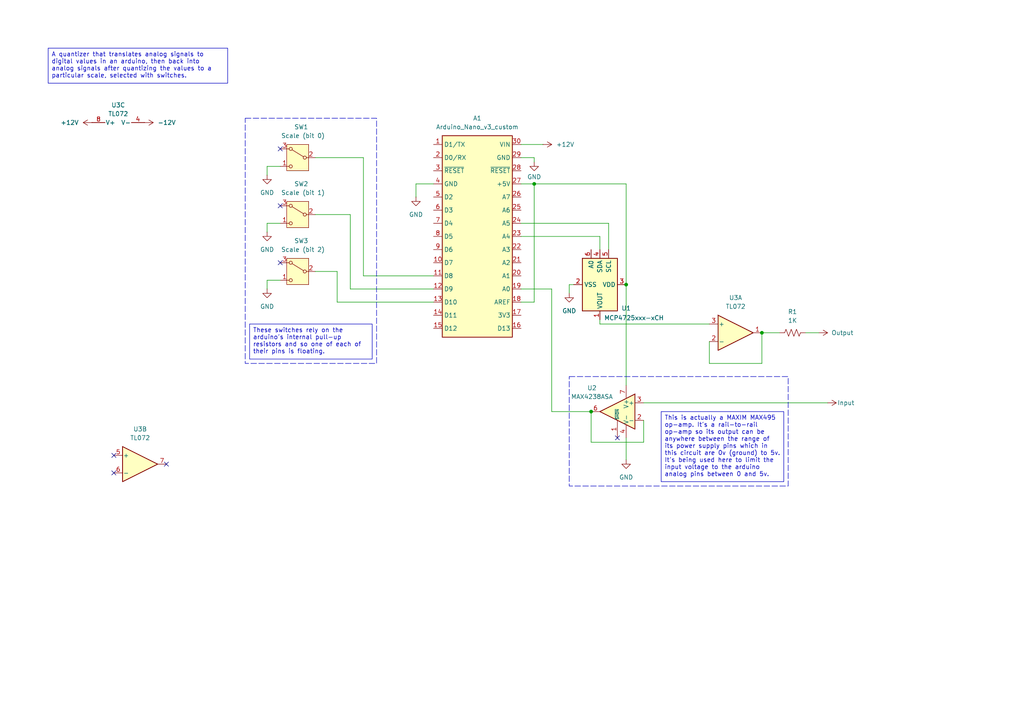
<source format=kicad_sch>
(kicad_sch (version 20231120) (generator "eeschema") (generator_version "8.0")
  (paper "A4")
  (lib_symbols
    (symbol "Amplifier_Operational:MAX4238ASA" (pin_names (offset 0.127))
      (property "Reference" "U" (at 0 6.35 0))
      (property "Value" "MAX4238ASA" (at 0 3.81 0))
      (symbol "MAX4238ASA_0_1"
        (polyline (pts (xy -5.08 5.08) (xy 5.08 0) (xy -5.08 -5.08) (xy -5.08 5.08)) (stroke (width 0.254)) (fill (type background)))
      )
      (symbol "MAX4238ASA_1_1"
        (pin input line (at 0 -7.62 90) (length 5.08) (name "~{SHDN}") (number "1"))
        (pin input line (at -7.62 -2.54 0) (length 2.54) (name "-") (number "2"))
        (pin input line (at -7.62 2.54 0) (length 2.54) (name "+") (number "3"))
        (pin power_in line (at -2.54 -7.62 90) (length 3.81) (name "V-") (number "4"))
        (pin no_connect line (at 0 -2.54 90) (length 2.54) hide (name "NC") (number "5"))
        (pin output line (at 7.62 0 180) (length 2.54) (name "~") (number "6"))
        (pin power_in line (at -2.54 7.62 270) (length 3.81) (name "V+") (number "7"))
        (pin no_connect line (at 0 2.54 270) (length 2.54) hide (name "NC") (number "8"))
      )
    )
    (symbol "Amplifier_Operational:TL072" (pin_names (offset 0.127))
      (property "Reference" "U" (at 0 5.08 0))
      (property "Value" "TL072" (at 0 -5.08 0))
      (symbol "TL072_1_1"
        (polyline (pts (xy -5.08 5.08) (xy 5.08 0) (xy -5.08 -5.08) (xy -5.08 5.08)) (stroke (width 0.254)) (fill (type background)))
        (pin output line (at 7.62 0 180) (length 2.54) (name "~") (number "1"))
        (pin input line (at -7.62 -2.54 0) (length 2.54) (name "-") (number "2"))
        (pin input line (at -7.62 2.54 0) (length 2.54) (name "+") (number "3"))
      )
      (symbol "TL072_2_1"
        (polyline (pts (xy -5.08 5.08) (xy 5.08 0) (xy -5.08 -5.08) (xy -5.08 5.08)) (stroke (width 0.254)) (fill (type background)))
        (pin input line (at -7.62 2.54 0) (length 2.54) (name "+") (number "5"))
        (pin input line (at -7.62 -2.54 0) (length 2.54) (name "-") (number "6"))
        (pin output line (at 7.62 0 180) (length 2.54) (name "~") (number "7"))
      )
      (symbol "TL072_3_1"
        (pin power_in line (at -2.54 -7.62 90) (length 3.81) (name "V-") (number "4"))
        (pin power_in line (at -2.54 7.62 270) (length 3.81) (name "V+") (number "8"))
      )
    )
    (symbol "Analog_DAC:MCP4725xxx-xCH"
      (property "Reference" "U" (at -6.35 6.35 0))
      (property "Value" "MCP4725xxx-xCH" (at 8.89 6.35 0))
      (symbol "MCP4725xxx-xCH_0_1"
        (rectangle (start -7.62 5.08) (end 7.62 -5.08) (stroke (width 0.254)) (fill (type background)))
      )
      (symbol "MCP4725xxx-xCH_1_1"
        (pin output line (at 10.16 0 180) (length 2.54) (name "VOUT") (number "1"))
        (pin power_in line (at 0 -7.62 90) (length 2.54) (name "VSS") (number "2"))
        (pin power_in line (at 0 7.62 270) (length 2.54) (name "VDD") (number "3"))
        (pin bidirectional line (at -10.16 0 0) (length 2.54) (name "SDA") (number "4"))
        (pin input line (at -10.16 2.54 0) (length 2.54) (name "SCL") (number "5"))
        (pin input line (at -10.16 -2.54 0) (length 2.54) (name "A0") (number "6"))
      )
    )
    (symbol "Device:R_US" (pin_numbers hide) (pin_names (offset 0))
      (property "Reference" "R" (at 2.54 0 90))
      (property "Value" "R_US" (at -2.54 0 90))
      (symbol "R_US_0_1"
        (polyline (pts (xy 0 -2.286) (xy 0 -2.54)))
        (polyline (pts (xy 0 2.286) (xy 0 2.54)))
        (polyline (pts (xy 0 -0.762) (xy 1.016 -1.143) (xy 0 -1.524) (xy -1.016 -1.905) (xy 0 -2.286)))
        (polyline (pts (xy 0 0.762) (xy 1.016 0.381) (xy 0 0) (xy -1.016 -0.381) (xy 0 -0.762)))
        (polyline (pts (xy 0 2.286) (xy 1.016 1.905) (xy 0 1.524) (xy -1.016 1.143) (xy 0 0.762)))
      )
      (symbol "R_US_1_1"
        (pin passive line (at 0 3.81 270) (length 1.27) (name "~") (number "1"))
        (pin passive line (at 0 -3.81 90) (length 1.27) (name "~") (number "2"))
      )
    )
    (symbol "Switch:SW_Nidec_CAS-120A1" (pin_names (offset 1) hide)
      (property "Reference" "SW" (at 0 4.318 0))
      (property "Value" "SW_Nidec_CAS-120A1" (at 0 -5.08 0))
      (symbol "SW_Nidec_CAS-120A1_0_1"
        (circle (center -2.032 0) (radius 0.4572))
        (polyline (pts (xy -1.651 0.254) (xy 1.651 2.286)))
        (circle (center 2.032 -2.54) (radius 0.4572))
        (circle (center 2.032 2.54) (radius 0.4572))
      )
      (symbol "SW_Nidec_CAS-120A1_1_1"
        (rectangle (start -3.175 3.81) (end 3.175 -3.81) (fill (type background)))
        (pin passive line (at 5.08 -2.54 180) (length 2.54) (name "C") (number "1"))
        (pin passive line (at -5.08 0 0) (length 2.54) (name "B") (number "2"))
        (pin passive line (at 5.08 2.54 180) (length 2.54) (name "A") (number "3"))
      )
    )
    (symbol "power:GND" (power) (pin_numbers hide) (pin_names (offset 0) hide)
      (property "Value" "GND" (at 0 -3.81 0))
      (symbol "GND_0_1"
        (polyline (pts (xy 0 0) (xy 0 -1.27) (xy 1.27 -1.27) (xy 0 -2.54) (xy -1.27 -1.27) (xy 0 -1.27)))
      )
      (symbol "GND_1_1"
        (pin power_in line (at 0 0 270) (length 0) (name "~") (number "1"))
      )
    )
    (symbol "power:VAA" (power) (pin_numbers hide) (pin_names (offset 0) hide)
      (property "Value" "VAA" (at 0 3.556 0))
      (symbol "VAA_0_1"
        (polyline (pts (xy -0.762 1.27) (xy 0 2.54)))
        (polyline (pts (xy 0 0) (xy 0 2.54)))
        (polyline (pts (xy 0 2.54) (xy 0.762 1.27)))
      )
      (symbol "VAA_1_1"
        (pin power_in line (at 0 0 90) (length 0) (name "~") (number "1"))
      )
    )
    (symbol "power:VCC" (power) (pin_numbers hide) (pin_names (offset 0) hide)
      (property "Value" "VCC" (at 0 3.556 0))
      (symbol "VCC_0_1"
        (polyline (pts (xy -0.762 1.27) (xy 0 2.54)))
        (polyline (pts (xy 0 0) (xy 0 2.54)))
        (polyline (pts (xy 0 2.54) (xy 0.762 1.27)))
      )
      (symbol "VCC_1_1"
        (pin power_in line (at 0 0 90) (length 0) (name "~") (number "1"))
      )
    )
    (symbol "symbols:Arduino_Nano_v3_custom"
      (property "Reference" "A" (at -10.16 23.495 0))
      (property "Value" "Arduino_Nano_v3_custom" (at -12.192 -37.846 0))
      (symbol "Arduino_Nano_v3_custom_0_1"
        (rectangle (start -10.16 22.86) (end 10.16 -35.56) (stroke (width 0.254)) (fill (type background)))
      )
      (symbol "Arduino_Nano_v3_custom_1_1"
        (pin bidirectional line (at -12.7 20.32 0) (length 2.54) (name "D1/TX") (number "1"))
        (pin bidirectional line (at -12.7 -13.97 0) (length 2.54) (name "D7") (number "10"))
        (pin bidirectional line (at -12.7 -17.78 0) (length 2.54) (name "D8") (number "11"))
        (pin bidirectional line (at -12.7 -21.59 0) (length 2.54) (name "D9") (number "12"))
        (pin bidirectional line (at -12.7 -25.4 0) (length 2.54) (name "D10") (number "13"))
        (pin bidirectional line (at -12.7 -29.21 0) (length 2.54) (name "D11") (number "14"))
        (pin bidirectional line (at -12.7 -33.02 0) (length 2.54) (name "D12") (number "15"))
        (pin bidirectional line (at 12.7 -33.02 180) (length 2.54) (name "D13") (number "16"))
        (pin power_out line (at 12.7 -29.21 180) (length 2.54) (name "3V3") (number "17"))
        (pin input line (at 12.7 -25.4 180) (length 2.54) (name "AREF") (number "18"))
        (pin bidirectional line (at 12.7 -21.59 180) (length 2.54) (name "A0") (number "19"))
        (pin bidirectional line (at -12.7 16.51 0) (length 2.54) (name "D0/RX") (number "2"))
        (pin bidirectional line (at 12.7 -17.78 180) (length 2.54) (name "A1") (number "20"))
        (pin bidirectional line (at 12.7 -13.97 180) (length 2.54) (name "A2") (number "21"))
        (pin bidirectional line (at 12.7 -10.16 180) (length 2.54) (name "A3") (number "22"))
        (pin bidirectional line (at 12.7 -6.35 180) (length 2.54) (name "A4") (number "23"))
        (pin bidirectional line (at 12.7 -2.54 180) (length 2.54) (name "A5") (number "24"))
        (pin bidirectional line (at 12.7 1.27 180) (length 2.54) (name "A6") (number "25"))
        (pin bidirectional line (at 12.7 5.08 180) (length 2.54) (name "A7") (number "26"))
        (pin power_out line (at 12.7 8.89 180) (length 2.54) (name "+5V") (number "27"))
        (pin input line (at 12.7 12.7 180) (length 2.54) (name "~{RESET}") (number "28"))
        (pin power_in line (at 12.7 16.51 180) (length 2.54) (name "GND") (number "29"))
        (pin input line (at -12.7 12.7 0) (length 2.54) (name "~{RESET}") (number "3"))
        (pin power_in line (at 12.7 20.32 180) (length 2.54) (name "VIN") (number "30"))
        (pin power_in line (at -12.7 8.89 0) (length 2.54) (name "GND") (number "4"))
        (pin bidirectional line (at -12.7 5.08 0) (length 2.54) (name "D2") (number "5"))
        (pin bidirectional line (at -12.7 1.27 0) (length 2.54) (name "D3") (number "6"))
        (pin bidirectional line (at -12.7 -2.54 0) (length 2.54) (name "D4") (number "7"))
        (pin bidirectional line (at -12.7 -6.35 0) (length 2.54) (name "D5") (number "8"))
        (pin bidirectional line (at -12.7 -10.16 0) (length 2.54) (name "D6") (number "9"))
      )
    )
  )
  (junction (at 171.45 119.38))
  (junction (at 154.94 53.34))
  (junction (at 220.98 96.52))
  (junction (at 181.61 82.55))
  (no_connect (at 81.28 43.18))
  (no_connect (at 81.28 59.69))
  (no_connect (at 81.28 76.2))
  (no_connect (at 179.07 127))
  (no_connect (at 33.02 132.08))
  (no_connect (at 48.26 134.62))
  (no_connect (at 33.02 137.16))
  (wire (pts (xy 176.53 64.77) (xy 176.53 72.39)))
  (wire (pts (xy 81.28 48.26) (xy 77.47 48.26)))
  (wire (pts (xy 77.47 81.28) (xy 77.47 83.82)))
  (wire (pts (xy 173.99 68.58) (xy 151.13 68.58)))
  (wire (pts (xy 81.28 64.77) (xy 77.47 64.77)))
  (wire (pts (xy 151.13 64.77) (xy 176.53 64.77)))
  (wire (pts (xy 181.61 111.76) (xy 181.61 82.55)))
  (wire (pts (xy 181.61 127) (xy 181.61 133.35)))
  (wire (pts (xy 77.47 64.77) (xy 77.47 67.31)))
  (wire (pts (xy 101.6 62.23) (xy 101.6 83.82)))
  (wire (pts (xy 77.47 48.26) (xy 77.47 50.8)))
  (wire (pts (xy 125.73 53.34) (xy 120.65 53.34)))
  (wire (pts (xy 171.45 119.38) (xy 171.45 128.27)))
  (wire (pts (xy 173.99 72.39) (xy 173.99 68.58)))
  (wire (pts (xy 181.61 53.34) (xy 181.61 82.55)))
  (wire (pts (xy 151.13 45.72) (xy 154.94 45.72)))
  (wire (pts (xy 166.37 82.55) (xy 165.1 82.55)))
  (wire (pts (xy 91.44 78.74) (xy 97.79 78.74)))
  (wire (pts (xy 186.69 116.84) (xy 240.03 116.84)))
  (wire (pts (xy 186.69 121.92) (xy 186.69 128.27)))
  (wire (pts (xy 165.1 82.55) (xy 165.1 85.09)))
  (wire (pts (xy 97.79 87.63) (xy 125.73 87.63)))
  (wire (pts (xy 101.6 83.82) (xy 125.73 83.82)))
  (wire (pts (xy 120.65 53.34) (xy 120.65 57.15)))
  (wire (pts (xy 81.28 81.28) (xy 77.47 81.28)))
  (wire (pts (xy 154.94 53.34) (xy 151.13 53.34)))
  (wire (pts (xy 181.61 53.34) (xy 154.94 53.34)))
  (wire (pts (xy 220.98 105.41) (xy 220.98 96.52)))
  (wire (pts (xy 160.02 83.82) (xy 160.02 119.38)))
  (wire (pts (xy 220.98 96.52) (xy 226.06 96.52)))
  (wire (pts (xy 105.41 45.72) (xy 105.41 80.01)))
  (wire (pts (xy 154.94 87.63) (xy 154.94 53.34)))
  (wire (pts (xy 91.44 45.72) (xy 105.41 45.72)))
  (wire (pts (xy 171.45 128.27) (xy 186.69 128.27)))
  (wire (pts (xy 154.94 45.72) (xy 154.94 46.99)))
  (wire (pts (xy 151.13 87.63) (xy 154.94 87.63)))
  (wire (pts (xy 173.99 93.98) (xy 173.99 92.71)))
  (wire (pts (xy 205.74 105.41) (xy 220.98 105.41)))
  (wire (pts (xy 160.02 119.38) (xy 171.45 119.38)))
  (wire (pts (xy 151.13 41.91) (xy 157.48 41.91)))
  (wire (pts (xy 97.79 78.74) (xy 97.79 87.63)))
  (wire (pts (xy 233.68 96.52) (xy 237.49 96.52)))
  (wire (pts (xy 205.74 93.98) (xy 173.99 93.98)))
  (wire (pts (xy 205.74 99.06) (xy 205.74 105.41)))
  (wire (pts (xy 151.13 83.82) (xy 160.02 83.82)))
  (wire (pts (xy 105.41 80.01) (xy 125.73 80.01)))
  (wire (pts (xy 101.6 62.23) (xy 91.44 62.23)))
  (rectangle (start 165.1 109.22) (end 228.6 140.97) (stroke (width 0) (type dash)))
  (rectangle (start 71.12 34.29) (end 109.22 105.41) (stroke (width 0) (type dash)))
  (text_box "A quantizer that translates analog signals to digital values in an arduino, then back into analog signals after quantizing the values to a particular scale, selected with switches." (at 13.97 13.97 0) (size 52.07 10.16) (effects (font (size 1.27 1.27)) (justify left top)))
  (text_box "These switches rely on the arduino's internal pull-up resistors and so one of each of their pins is floating." (at 72.39 93.98 0) (size 35.56 10.16) (effects (font (size 1.27 1.27)) (justify left top)))
  (text_box "This is actually a MAXIM MAX495 op-amp. It's a rail-to-rail op-amp so its output can be anywhere between the range of its power supply pins which in this circuit are 0v (ground) to 5v. It's being used here to limit the input voltage to the arduino analog pins between 0 and 5v." (at 191.77 119.38 0) (size 35.56 20.32) (effects (font (size 1.27 1.27)) (justify left top)))
  (symbol (lib_id "Analog_DAC:MCP4725xxx-xCH") (at 173.99 82.55 270) (unit 1)
    (property "Reference" "U1" (at 181.61 89.408 90))
    (property "Value" "MCP4725xxx-xCH" (at 183.896 92.202 90))
    (property "Footprint" "Package_TO_SOT_SMD:SOT-23-6" (effects (hide yes)))
    (property "Datasheet" "http://ww1.microchip.com/downloads/en/DeviceDoc/22039d.pdf" (effects (hide yes)))
    (property "Description" "12-bit Digital-to-Analog Converter, integrated EEPROM, I2C interface, SOT-23-6" (effects (hide yes)))
  )
  (symbol (lib_id "symbols:Arduino_Nano_v3_custom") (at 138.43 62.23 0) (unit 1)
    (property "Reference" "A1" (at 138.43 34.29 0))
    (property "Value" "Arduino_Nano_v3_custom" (at 138.43 36.83 0))
    (property "Footprint" "Module:Arduino_Nano" (effects (hide yes)))
    (property "Datasheet" "http://www.mouser.com/pdfdocs/Gravitech_Arduino_Nano3_0.pdf" (effects (hide yes)))
    (property "Description" "Arduino Nano" (effects (hide yes)))
  )
  (symbol (lib_id "Switch:SW_Nidec_CAS-120A1") (at 86.36 62.23 0) (mirror y) (unit 1)
    (property "Reference" "SW2" (at 87.376 53.34 0))
    (property "Value" "Scale (bit 1)" (at 87.884 55.88 0))
    (property "Footprint" "Button_Switch_SMD:Nidec_Copal_CAS-120A" (effects (hide yes)))
    (property "Datasheet" "https://www.nidec-components.com/e/catalog/switch/cas.pdf" (effects (hide yes)))
    (property "Description" "Switch, single pole double throw" (effects (hide yes)))
  )
  (symbol (lib_id "power:VAA") (at 237.49 96.52 270) (unit 1)
    (property "Reference" "#PWR03" (effects (hide yes)))
    (property "Value" "Output" (at 244.348 96.52 90))
    (property "Description" "Power symbol creates a global label with name \"VAA\"" (effects (hide yes)))
  )
  (symbol (lib_id "power:VCC") (at 41.91 35.56 270) (unit 1)
    (property "Reference" "#PWR08" (effects (hide yes)))
    (property "Value" "-12V" (at 45.72 35.5599 90) (effects (justify left)))
    (property "Description" "Power symbol creates a global label with name \"VCC\"" (effects (hide yes)))
  )
  (symbol (lib_id "Amplifier_Operational:TL072") (at 213.36 96.52 0) (unit 1)
    (property "Reference" "U3" (at 213.36 86.36 0))
    (property "Value" "TL072" (at 213.36 88.9 0))
    (property "Datasheet" "http://www.ti.com/lit/ds/symlink/tl071.pdf" (effects (hide yes)))
    (property "Description" "Dual Low-Noise JFET-Input Operational Amplifiers, DIP-8/SOIC-8" (effects (hide yes)))
  )
  (symbol (lib_id "power:GND") (at 165.1 85.09 0) (unit 1)
    (property "Reference" "#PWR01" (effects (hide yes)))
    (property "Value" "GND" (at 165.1 90.17 0))
    (property "Description" "Power symbol creates a global label with name \"GND\" , ground" (effects (hide yes)))
  )
  (symbol (lib_id "Switch:SW_Nidec_CAS-120A1") (at 86.36 78.74 0) (mirror y) (unit 1)
    (property "Reference" "SW3" (at 87.376 69.85 0))
    (property "Value" "Scale (bit 2)" (at 87.884 72.39 0))
    (property "Footprint" "Button_Switch_SMD:Nidec_Copal_CAS-120A" (effects (hide yes)))
    (property "Datasheet" "https://www.nidec-components.com/e/catalog/switch/cas.pdf" (effects (hide yes)))
    (property "Description" "Switch, single pole double throw" (effects (hide yes)))
  )
  (symbol (lib_id "power:VAA") (at 240.03 116.84 270) (unit 1)
    (property "Reference" "#PWR09" (effects (hide yes)))
    (property "Value" "Input" (at 245.364 116.84 90))
    (property "Description" "Power symbol creates a global label with name \"VAA\"" (effects (hide yes)))
  )
  (symbol (lib_id "power:GND") (at 77.47 67.31 0) (unit 1)
    (property "Reference" "#PWR05" (effects (hide yes)))
    (property "Value" "GND" (at 77.47 72.39 0))
    (property "Description" "Power symbol creates a global label with name \"GND\" , ground" (effects (hide yes)))
  )
  (symbol (lib_id "power:VCC") (at 157.48 41.91 270) (unit 1)
    (property "Reference" "#PWR012" (effects (hide yes)))
    (property "Value" "+12V" (at 161.29 41.9099 90) (effects (justify left)))
    (property "Description" "Power symbol creates a global label with name \"VCC\"" (effects (hide yes)))
  )
  (symbol (lib_id "power:GND") (at 181.61 133.35 0) (unit 1)
    (property "Reference" "#PWR02" (effects (hide yes)))
    (property "Value" "GND" (at 181.61 138.43 0))
    (property "Description" "Power symbol creates a global label with name \"GND\" , ground" (effects (hide yes)))
  )
  (symbol (lib_id "power:GND") (at 77.47 50.8 0) (unit 1)
    (property "Reference" "#PWR04" (effects (hide yes)))
    (property "Value" "GND" (at 77.47 55.88 0))
    (property "Description" "Power symbol creates a global label with name \"GND\" , ground" (effects (hide yes)))
  )
  (symbol (lib_id "Device:R_US") (at 229.87 96.52 270) (unit 1)
    (property "Reference" "R1" (at 229.87 90.424 90))
    (property "Value" "1K" (at 229.87 92.964 90))
    (property "Description" "Resistor, US symbol" (effects (hide yes)))
  )
  (symbol (lib_id "power:VCC") (at 26.67 35.56 90) (unit 1)
    (property "Reference" "#PWR07" (effects (hide yes)))
    (property "Value" "+12V" (at 22.86 35.5599 90) (effects (justify left)))
    (property "Description" "Power symbol creates a global label with name \"VCC\"" (effects (hide yes)))
  )
  (symbol (lib_id "power:GND") (at 77.47 83.82 0) (unit 1)
    (property "Reference" "#PWR06" (effects (hide yes)))
    (property "Value" "GND" (at 77.47 88.9 0))
    (property "Description" "Power symbol creates a global label with name \"GND\" , ground" (effects (hide yes)))
  )
  (symbol (lib_id "power:GND") (at 120.65 57.15 0) (unit 1)
    (property "Reference" "#PWR010" (effects (hide yes)))
    (property "Value" "GND" (at 120.65 62.23 0))
    (property "Description" "Power symbol creates a global label with name \"GND\" , ground" (effects (hide yes)))
  )
  (symbol (lib_id "Amplifier_Operational:MAX4238ASA") (at 179.07 119.38 0) (mirror y) (unit 1)
    (property "Reference" "U2" (at 171.704 112.522 0))
    (property "Value" "MAX4238ASA" (at 171.704 115.062 0))
    (property "Footprint" "Package_SO:SOIC-8_3.9x4.9mm_P1.27mm" (effects (hide yes)))
    (property "Datasheet" "http://datasheets.maximintegrated.com/en/ds/MAX4238-MAX4239.pdf" (effects (hide yes)))
    (property "Description" "Ultra-Low Offset/Drift, Low-Noise, Precision Amplifiers, SOIC-8" (effects (hide yes)))
  )
  (symbol (lib_id "Amplifier_Operational:TL072") (at 34.29 33.02 90) (unit 3)
    (property "Reference" "U3" (at 34.29 30.48 90))
    (property "Value" "TL072" (at 34.29 33.02 90))
    (property "Datasheet" "http://www.ti.com/lit/ds/symlink/tl071.pdf" (effects (hide yes)))
    (property "Description" "Dual Low-Noise JFET-Input Operational Amplifiers, DIP-8/SOIC-8" (effects (hide yes)))
  )
  (symbol (lib_id "Switch:SW_Nidec_CAS-120A1") (at 86.36 45.72 0) (mirror y) (unit 1)
    (property "Reference" "SW1" (at 87.376 36.83 0))
    (property "Value" "Scale (bit 0)" (at 87.884 39.37 0))
    (property "Footprint" "Button_Switch_SMD:Nidec_Copal_CAS-120A" (effects (hide yes)))
    (property "Datasheet" "https://www.nidec-components.com/e/catalog/switch/cas.pdf" (effects (hide yes)))
    (property "Description" "Switch, single pole double throw" (effects (hide yes)))
  )
  (symbol (lib_id "power:GND") (at 154.94 46.99 0) (unit 1)
    (property "Reference" "#PWR011" (effects (hide yes)))
    (property "Value" "GND" (at 154.94 51.308 0))
    (property "Description" "Power symbol creates a global label with name \"GND\" , ground" (effects (hide yes)))
  )
  (symbol (lib_id "Amplifier_Operational:TL072") (at 40.64 134.62 0) (unit 2)
    (property "Reference" "U3" (at 40.64 124.46 0))
    (property "Value" "TL072" (at 40.64 127 0))
    (property "Datasheet" "http://www.ti.com/lit/ds/symlink/tl071.pdf" (effects (hide yes)))
    (property "Description" "Dual Low-Noise JFET-Input Operational Amplifiers, DIP-8/SOIC-8" (effects (hide yes)))
  )
)
</source>
